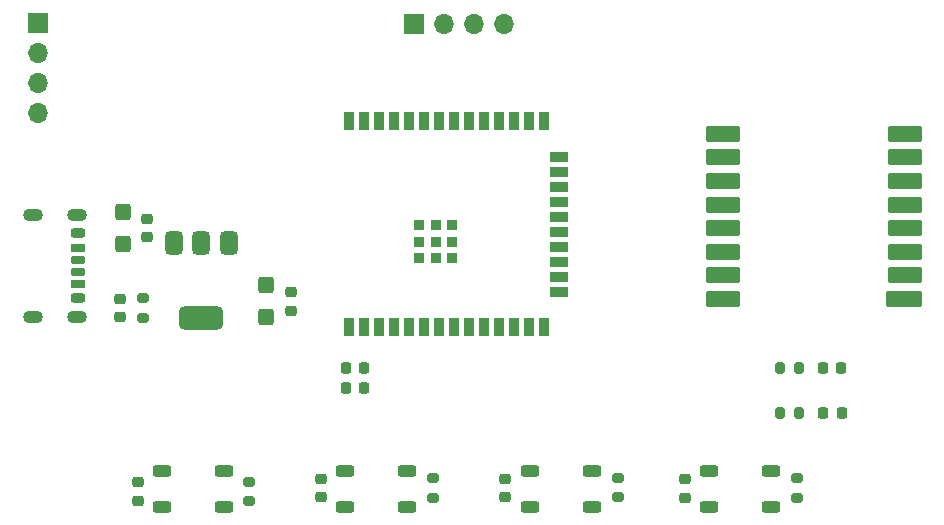
<source format=gbr>
%TF.GenerationSoftware,KiCad,Pcbnew,8.0.5*%
%TF.CreationDate,2024-11-10T21:17:35+07:00*%
%TF.ProjectId,PCB_MASTER,5043425f-4d41-4535-9445-522e6b696361,rev?*%
%TF.SameCoordinates,Original*%
%TF.FileFunction,Soldermask,Top*%
%TF.FilePolarity,Negative*%
%FSLAX46Y46*%
G04 Gerber Fmt 4.6, Leading zero omitted, Abs format (unit mm)*
G04 Created by KiCad (PCBNEW 8.0.5) date 2024-11-10 21:17:35*
%MOMM*%
%LPD*%
G01*
G04 APERTURE LIST*
G04 Aperture macros list*
%AMRoundRect*
0 Rectangle with rounded corners*
0 $1 Rounding radius*
0 $2 $3 $4 $5 $6 $7 $8 $9 X,Y pos of 4 corners*
0 Add a 4 corners polygon primitive as box body*
4,1,4,$2,$3,$4,$5,$6,$7,$8,$9,$2,$3,0*
0 Add four circle primitives for the rounded corners*
1,1,$1+$1,$2,$3*
1,1,$1+$1,$4,$5*
1,1,$1+$1,$6,$7*
1,1,$1+$1,$8,$9*
0 Add four rect primitives between the rounded corners*
20,1,$1+$1,$2,$3,$4,$5,0*
20,1,$1+$1,$4,$5,$6,$7,0*
20,1,$1+$1,$6,$7,$8,$9,0*
20,1,$1+$1,$8,$9,$2,$3,0*%
G04 Aperture macros list end*
%ADD10RoundRect,0.200000X-0.200000X-0.275000X0.200000X-0.275000X0.200000X0.275000X-0.200000X0.275000X0*%
%ADD11RoundRect,0.225000X-0.250000X0.225000X-0.250000X-0.225000X0.250000X-0.225000X0.250000X0.225000X0*%
%ADD12RoundRect,0.218750X0.218750X0.256250X-0.218750X0.256250X-0.218750X-0.256250X0.218750X-0.256250X0*%
%ADD13RoundRect,0.250000X0.525000X0.250000X-0.525000X0.250000X-0.525000X-0.250000X0.525000X-0.250000X0*%
%ADD14RoundRect,0.200000X0.275000X-0.200000X0.275000X0.200000X-0.275000X0.200000X-0.275000X-0.200000X0*%
%ADD15R,0.900000X1.500000*%
%ADD16R,1.500000X0.900000*%
%ADD17R,0.900000X0.900000*%
%ADD18RoundRect,0.102000X1.400000X0.550000X-1.400000X0.550000X-1.400000X-0.550000X1.400000X-0.550000X0*%
%ADD19RoundRect,0.102000X1.300000X0.550000X-1.300000X0.550000X-1.300000X-0.550000X1.300000X-0.550000X0*%
%ADD20RoundRect,0.218750X0.256250X-0.218750X0.256250X0.218750X-0.256250X0.218750X-0.256250X-0.218750X0*%
%ADD21RoundRect,0.175000X-0.425000X0.175000X-0.425000X-0.175000X0.425000X-0.175000X0.425000X0.175000X0*%
%ADD22RoundRect,0.190000X0.410000X-0.190000X0.410000X0.190000X-0.410000X0.190000X-0.410000X-0.190000X0*%
%ADD23RoundRect,0.200000X0.400000X-0.200000X0.400000X0.200000X-0.400000X0.200000X-0.400000X-0.200000X0*%
%ADD24RoundRect,0.175000X0.425000X-0.175000X0.425000X0.175000X-0.425000X0.175000X-0.425000X-0.175000X0*%
%ADD25RoundRect,0.190000X-0.410000X0.190000X-0.410000X-0.190000X0.410000X-0.190000X0.410000X0.190000X0*%
%ADD26RoundRect,0.200000X-0.400000X0.200000X-0.400000X-0.200000X0.400000X-0.200000X0.400000X0.200000X0*%
%ADD27O,1.700000X1.100000*%
%ADD28RoundRect,0.250000X0.425000X-0.450000X0.425000X0.450000X-0.425000X0.450000X-0.425000X-0.450000X0*%
%ADD29RoundRect,0.225000X-0.225000X-0.250000X0.225000X-0.250000X0.225000X0.250000X-0.225000X0.250000X0*%
%ADD30R,1.700000X1.700000*%
%ADD31O,1.700000X1.700000*%
%ADD32RoundRect,0.225000X0.250000X-0.225000X0.250000X0.225000X-0.250000X0.225000X-0.250000X-0.225000X0*%
%ADD33RoundRect,0.375000X-0.375000X0.625000X-0.375000X-0.625000X0.375000X-0.625000X0.375000X0.625000X0*%
%ADD34RoundRect,0.500000X-1.400000X0.500000X-1.400000X-0.500000X1.400000X-0.500000X1.400000X0.500000X0*%
G04 APERTURE END LIST*
D10*
%TO.C,R2*%
X159850000Y-96150000D03*
X161500000Y-96150000D03*
%TD*%
D11*
%TO.C,C10*%
X136600000Y-105525000D03*
X136600000Y-107075000D03*
%TD*%
D12*
%TO.C,D1*%
X165087501Y-96150000D03*
X163512499Y-96150000D03*
%TD*%
D13*
%TO.C,SW1*%
X112772243Y-107875000D03*
X107522243Y-107875000D03*
X112772243Y-104875000D03*
X107522243Y-104875000D03*
%TD*%
D14*
%TO.C,R4*%
X130500000Y-107125000D03*
X130500000Y-105475000D03*
%TD*%
%TO.C,R7*%
X161300000Y-107125000D03*
X161300000Y-105475000D03*
%TD*%
D12*
%TO.C,D3*%
X165112501Y-99910000D03*
X163537499Y-99910000D03*
%TD*%
D15*
%TO.C,U1*%
X123410000Y-92700000D03*
X124680000Y-92700000D03*
X125950000Y-92700000D03*
X127220000Y-92700000D03*
X128490000Y-92700000D03*
X129760000Y-92700000D03*
X131030000Y-92700000D03*
X132300000Y-92700000D03*
X133570000Y-92700000D03*
X134840000Y-92700000D03*
X136110000Y-92700000D03*
X137380000Y-92700000D03*
X138650000Y-92700000D03*
X139920000Y-92700000D03*
D16*
X141170000Y-89665000D03*
X141170000Y-88395000D03*
X141170000Y-87125000D03*
X141170000Y-85855000D03*
X141170000Y-84585000D03*
X141170000Y-83315000D03*
X141170000Y-82045000D03*
X141170000Y-80775000D03*
X141170000Y-79505000D03*
X141170000Y-78235000D03*
D15*
X139920000Y-75200000D03*
X138650000Y-75200000D03*
X137380000Y-75200000D03*
X136110000Y-75200000D03*
X134840000Y-75200000D03*
X133570000Y-75200000D03*
X132300000Y-75200000D03*
X131030000Y-75200000D03*
X129760000Y-75200000D03*
X128490000Y-75200000D03*
X127220000Y-75200000D03*
X125950000Y-75200000D03*
X124680000Y-75200000D03*
X123410000Y-75200000D03*
D17*
X130750000Y-85450000D03*
X130750000Y-86850000D03*
X132150000Y-86850000D03*
X132150000Y-85450000D03*
X132150000Y-84050000D03*
X130750000Y-84050000D03*
X129350000Y-84050000D03*
X129350000Y-85450000D03*
X129350000Y-86850000D03*
%TD*%
D18*
%TO.C,U3*%
X170400000Y-90300000D03*
D19*
X170500000Y-88300000D03*
X170500000Y-86300000D03*
X170500000Y-84300000D03*
X170500000Y-82300000D03*
X170500000Y-80300000D03*
X170500000Y-78300000D03*
X170500000Y-76300000D03*
X155100000Y-76300000D03*
X155100000Y-78300000D03*
X155100000Y-80300000D03*
X155100000Y-82300000D03*
X155100000Y-84300000D03*
X155100000Y-86300000D03*
X155100000Y-88300000D03*
X155100000Y-90300000D03*
%TD*%
D20*
%TO.C,D2*%
X104005359Y-91859562D03*
X104005359Y-90284560D03*
%TD*%
D21*
%TO.C,J3*%
X100479999Y-87000000D03*
D22*
X100480000Y-89020000D03*
D23*
X100480000Y-90250000D03*
D24*
X100479999Y-88000000D03*
D25*
X100480000Y-85980000D03*
D26*
X100480000Y-84750000D03*
D27*
X100400000Y-83180000D03*
X96600000Y-83180000D03*
X100400000Y-91820000D03*
X96600000Y-91820000D03*
%TD*%
D28*
%TO.C,C7*%
X116350000Y-91800000D03*
X116350000Y-89100000D03*
%TD*%
D13*
%TO.C,SW4*%
X143938984Y-107875000D03*
X138688984Y-107875000D03*
X143938984Y-104875000D03*
X138688984Y-104875000D03*
%TD*%
D11*
%TO.C,C9*%
X151804122Y-105567989D03*
X151804122Y-107117989D03*
%TD*%
D14*
%TO.C,R5*%
X105955359Y-91897061D03*
X105955359Y-90247061D03*
%TD*%
D29*
%TO.C,C3*%
X123125000Y-97800000D03*
X124675000Y-97800000D03*
%TD*%
D30*
%TO.C,J1*%
X97050000Y-66900000D03*
D31*
X97050000Y-69440000D03*
X97050000Y-71979999D03*
X97050000Y-74520000D03*
%TD*%
D28*
%TO.C,C6*%
X104300000Y-85650000D03*
X104300000Y-82950000D03*
%TD*%
D13*
%TO.C,SW3*%
X159118690Y-107875000D03*
X153868690Y-107875000D03*
X159118690Y-104875000D03*
X153868690Y-104875000D03*
%TD*%
%TO.C,SW2*%
X128266668Y-107875000D03*
X123016668Y-107875000D03*
X128266668Y-104875000D03*
X123016668Y-104875000D03*
%TD*%
D32*
%TO.C,C8*%
X118500000Y-91275000D03*
X118500000Y-89725000D03*
%TD*%
D30*
%TO.C,J2*%
X128920000Y-67000000D03*
D31*
X131460000Y-67000000D03*
X134000000Y-67000000D03*
X136540000Y-67000000D03*
%TD*%
D11*
%TO.C,C1*%
X105500000Y-105825000D03*
X105500000Y-107375000D03*
%TD*%
D10*
%TO.C,R6*%
X159875000Y-99950000D03*
X161525000Y-99950000D03*
%TD*%
D33*
%TO.C,U2*%
X113200000Y-85600000D03*
X110900000Y-85600001D03*
D34*
X110900000Y-91899999D03*
D33*
X108600000Y-85600000D03*
%TD*%
D11*
%TO.C,C4*%
X121000000Y-105525000D03*
X121000000Y-107075000D03*
%TD*%
D29*
%TO.C,C2*%
X123125000Y-96150000D03*
X124675000Y-96150000D03*
%TD*%
D14*
%TO.C,R1*%
X114900000Y-107425000D03*
X114900000Y-105775000D03*
%TD*%
D32*
%TO.C,C5*%
X106300000Y-85075000D03*
X106300000Y-83525000D03*
%TD*%
D14*
%TO.C,R8*%
X146150000Y-107075000D03*
X146150000Y-105425000D03*
%TD*%
M02*

</source>
